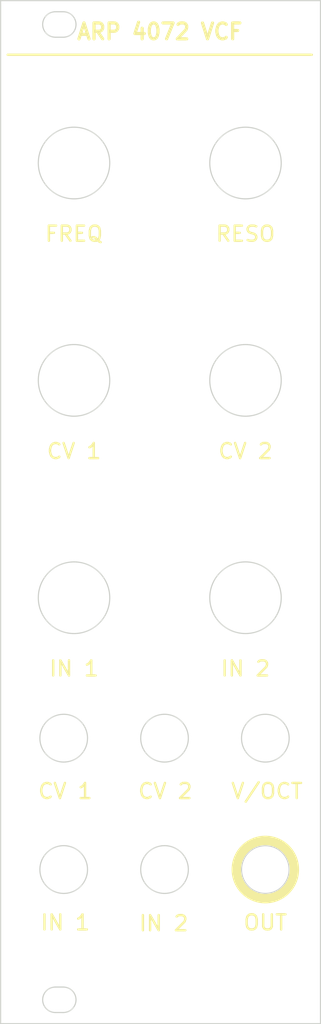
<source format=kicad_pcb>
(kicad_pcb (version 4) (host pcbnew 4.0.6)

  (general
    (links 0)
    (no_connects 0)
    (area 83.424999 32.924999 123.875001 161.575001)
    (thickness 1.6)
    (drawings 43)
    (tracks 0)
    (zones 0)
    (modules 0)
    (nets 1)
  )

  (page A4)
  (layers
    (0 F.Cu signal)
    (31 B.Cu signal)
    (32 B.Adhes user)
    (33 F.Adhes user)
    (34 B.Paste user)
    (35 F.Paste user)
    (36 B.SilkS user)
    (37 F.SilkS user)
    (38 B.Mask user)
    (39 F.Mask user)
    (40 Dwgs.User user)
    (41 Cmts.User user)
    (42 Eco1.User user)
    (43 Eco2.User user)
    (44 Edge.Cuts user)
    (45 Margin user)
    (46 B.CrtYd user)
    (47 F.CrtYd user)
    (48 B.Fab user)
    (49 F.Fab user)
  )

  (setup
    (last_trace_width 0.25)
    (trace_clearance 0.2)
    (zone_clearance 0.508)
    (zone_45_only no)
    (trace_min 0.2)
    (segment_width 0.3)
    (edge_width 0.15)
    (via_size 0.6)
    (via_drill 0.4)
    (via_min_size 0.4)
    (via_min_drill 0.3)
    (uvia_size 0.3)
    (uvia_drill 0.1)
    (uvias_allowed no)
    (uvia_min_size 0.2)
    (uvia_min_drill 0.1)
    (pcb_text_width 0.3)
    (pcb_text_size 1.5 1.5)
    (mod_edge_width 0.15)
    (mod_text_size 1 1)
    (mod_text_width 0.15)
    (pad_size 1.524 1.524)
    (pad_drill 0.762)
    (pad_to_mask_clearance 0.2)
    (aux_axis_origin 83.4 32.9)
    (grid_origin 83.4 32.9)
    (visible_elements FFFFFF7F)
    (pcbplotparams
      (layerselection 0x010f0_80000001)
      (usegerberextensions true)
      (excludeedgelayer true)
      (linewidth 0.100000)
      (plotframeref false)
      (viasonmask false)
      (mode 1)
      (useauxorigin false)
      (hpglpennumber 1)
      (hpglpenspeed 20)
      (hpglpendiameter 15)
      (hpglpenoverlay 2)
      (psnegative false)
      (psa4output false)
      (plotreference true)
      (plotvalue true)
      (plotinvisibletext false)
      (padsonsilk false)
      (subtractmaskfromsilk false)
      (outputformat 1)
      (mirror false)
      (drillshape 0)
      (scaleselection 1)
      (outputdirectory ""))
  )

  (net 0 "")

  (net_class Default "This is the default net class."
    (clearance 0.2)
    (trace_width 0.25)
    (via_dia 0.6)
    (via_drill 0.4)
    (uvia_dia 0.3)
    (uvia_drill 0.1)
  )

  (gr_circle (center 116.85 142.14) (end 120.5 142.14) (layer F.SilkS) (width 1.2))
  (gr_text OUT (at 116.85 148.8) (layer F.SilkS) (tstamp 5A2E46D4)
    (effects (font (size 1.9 1.9) (thickness 0.3)))
  )
  (gr_text V/OCT (at 117.05 132.3) (layer F.SilkS) (tstamp 5A2E46A0)
    (effects (font (size 1.9 1.9) (thickness 0.3)))
  )
  (gr_text "IN 2" (at 104.05 148.9) (layer F.SilkS) (tstamp 5A2E4687)
    (effects (font (size 1.9 1.9) (thickness 0.3)))
  )
  (gr_text "CV 2" (at 104.25 132.3) (layer F.SilkS) (tstamp 5A2E4674)
    (effects (font (size 1.9 1.9) (thickness 0.3)))
  )
  (gr_text "IN 1" (at 91.65 148.8) (layer F.SilkS) (tstamp 5A2E4653)
    (effects (font (size 1.9 1.9) (thickness 0.3)))
  )
  (gr_text "CV 1" (at 91.65 132.3) (layer F.SilkS) (tstamp 5A2E4629)
    (effects (font (size 1.9 1.9) (thickness 0.3)))
  )
  (gr_line (start 84.4 39.8) (end 122.7 39.8) (angle 90) (layer F.SilkS) (width 0.3))
  (gr_text "ARP 4072 VCF" (at 103.55 36.9) (layer F.SilkS) (tstamp 5A2E44EC)
    (effects (font (size 2 1.9) (thickness 0.4)))
  )
  (gr_text RESO (at 114.35 62.3) (layer F.SilkS) (tstamp 5A2E4491)
    (effects (font (size 1.9 1.9) (thickness 0.3)))
  )
  (gr_text FREQ (at 92.75 62.3) (layer F.SilkS) (tstamp 5A2E4482)
    (effects (font (size 1.9 1.9) (thickness 0.3)))
  )
  (gr_text "CV 1" (at 92.75 89.6) (layer F.SilkS) (tstamp 5A2E4476)
    (effects (font (size 1.9 1.9) (thickness 0.3)))
  )
  (gr_text "CV 2" (at 114.35 89.6) (layer F.SilkS) (tstamp 5A2E4453)
    (effects (font (size 1.9 1.9) (thickness 0.3)))
  )
  (gr_text "IN 2" (at 114.35 116.9) (layer F.SilkS) (tstamp 5A2E3A66)
    (effects (font (size 1.9 1.9) (thickness 0.3)))
  )
  (gr_text "IN 1" (at 92.75 116.9) (layer F.SilkS)
    (effects (font (size 1.9 1.9) (thickness 0.3)))
  )
  (gr_circle (center 116.85 142.14) (end 119.85 142.14) (layer Edge.Cuts) (width 0.15) (tstamp 5A2E279E))
  (gr_circle (center 104.15 142.14) (end 107.15 142.14) (layer Edge.Cuts) (width 0.15) (tstamp 5A2E2782))
  (gr_circle (center 91.45 142.14) (end 94.45 142.14) (layer Edge.Cuts) (width 0.15) (tstamp 5A2E2770))
  (gr_circle (center 116.85 125.64) (end 119.85 125.64) (layer Edge.Cuts) (width 0.15) (tstamp 5A2E2733))
  (gr_circle (center 104.15 125.64) (end 107.15 125.64) (layer Edge.Cuts) (width 0.15) (tstamp 5A2E2718))
  (gr_circle (center 91.45 125.64) (end 94.45 125.64) (layer Edge.Cuts) (width 0.15) (tstamp 5A2E24A5))
  (gr_circle (center 114.35 108) (end 118.85 108) (layer Edge.Cuts) (width 0.15) (tstamp 5A2E21E4))
  (gr_circle (center 92.75 108) (end 97.25 108) (layer Edge.Cuts) (width 0.15) (tstamp 5A2E21CF))
  (gr_circle (center 114.35 80.7) (end 118.85 80.7) (layer Edge.Cuts) (width 0.15) (tstamp 5A2E21A6))
  (gr_circle (center 92.75 80.7) (end 97.25 80.7) (layer Edge.Cuts) (width 0.15) (tstamp 5A2E218C))
  (gr_circle (center 114.35 53.4) (end 118.85 53.4) (layer Edge.Cuts) (width 0.15) (tstamp 5A2CE593))
  (gr_circle (center 92.75 53.4) (end 97.25 53.4) (layer Edge.Cuts) (width 0.15))
  (gr_arc (start 91.4 158.5) (end 91.4 156.9) (angle 90) (layer Edge.Cuts) (width 0.15) (tstamp 5A2CE10A))
  (gr_line (start 90.4 156.9) (end 91.4 156.9) (angle 90) (layer Edge.Cuts) (width 0.15) (tstamp 5A2CE0D4))
  (gr_arc (start 90.4 158.5) (end 88.8 158.5) (angle 90) (layer Edge.Cuts) (width 0.15) (tstamp 5A2CE0A3))
  (gr_arc (start 90.4 158.5) (end 90.4 160.1) (angle 90) (layer Edge.Cuts) (width 0.15) (tstamp 5A2CE078))
  (gr_line (start 90.4 160.1) (end 91.4 160.1) (angle 90) (layer Edge.Cuts) (width 0.15) (tstamp 5A2CE050))
  (gr_arc (start 91.4 158.5) (end 93 158.5) (angle 90) (layer Edge.Cuts) (width 0.15) (tstamp 5A2CE000))
  (gr_arc (start 90.4 36) (end 88.8 36) (angle 90) (layer Edge.Cuts) (width 0.15))
  (gr_arc (start 91.4 36) (end 93 36) (angle 90) (layer Edge.Cuts) (width 0.15))
  (gr_arc (start 91.4 36) (end 91.4 34.4) (angle 90) (layer Edge.Cuts) (width 0.15) (tstamp 5A2BA549))
  (gr_arc (start 90.4 36) (end 90.4 37.6) (angle 90) (layer Edge.Cuts) (width 0.15))
  (gr_line (start 90.4 37.6) (end 91.4 37.6) (angle 90) (layer Edge.Cuts) (width 0.15) (tstamp 5A2BA4C6))
  (gr_line (start 90.4 34.4) (end 91.4 34.4) (angle 90) (layer Edge.Cuts) (width 0.15))
  (gr_line (start 123.7 33) (end 83.5 33) (angle 90) (layer Edge.Cuts) (width 0.15))
  (gr_line (start 123.8 161.5) (end 123.8 33) (angle 90) (layer Edge.Cuts) (width 0.15))
  (gr_line (start 83.5 161.5) (end 123.8 161.5) (angle 90) (layer Edge.Cuts) (width 0.15))
  (gr_line (start 83.5 33) (end 83.5 161.5) (angle 90) (layer Edge.Cuts) (width 0.15))

)

</source>
